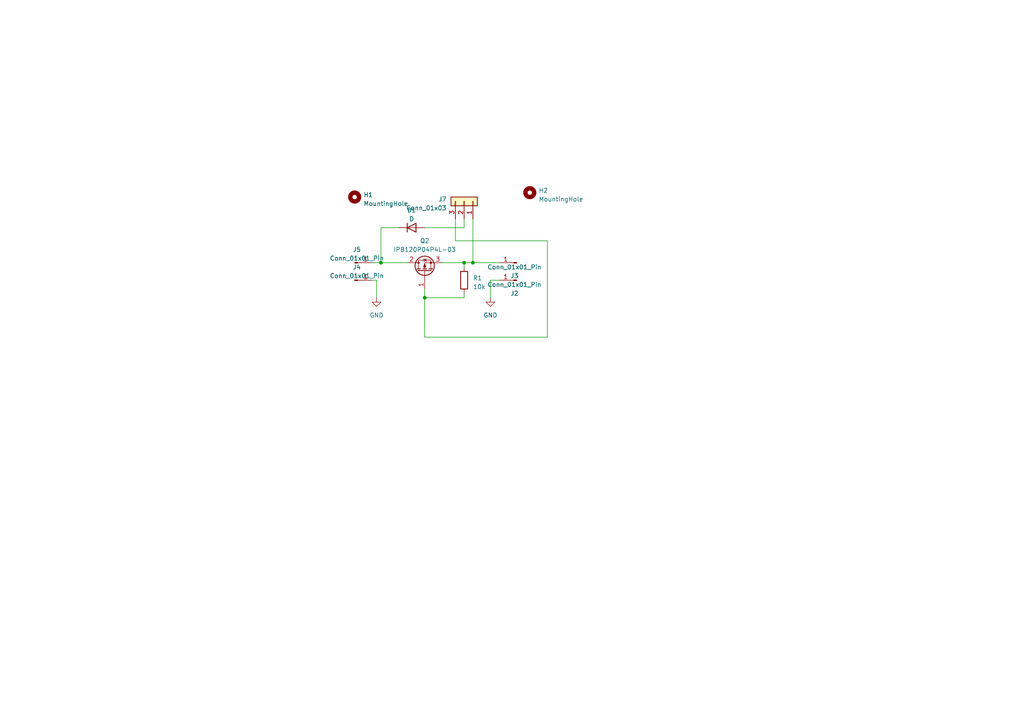
<source format=kicad_sch>
(kicad_sch (version 20230121) (generator eeschema)
  (paper "A4")
  (lib_symbols
    (symbol "Connector:Conn_01x01_Pin" (pin_names (offset 1.016) hide)
      (property "Reference" "J" (at 0 2.54 0))
      (property "Value" "Conn_01x01_Pin" (at 0 -2.54 0))
      (symbol "Conn_01x01_Pin_1_1"
        (polyline (pts (xy 1.27 0) (xy 0.8636 0)) (stroke (width 0.1524)))
        (rectangle (start 0.8636 0.127) (end 0 -0.127) (stroke (width 0.1524)) (fill (type outline)))
        (pin passive line (at 5.08 0 180) (length 3.81) (name "Pin_1") (number "1"))
      )
    )
    (symbol "Connector_Generic:Conn_01x03" (pin_names (offset 1.016) hide)
      (property "Reference" "J" (at 0 5.08 0))
      (property "Value" "Conn_01x03" (at 0 -5.08 0))
      (symbol "Conn_01x03_1_1"
        (rectangle (start -1.27 -2.413) (end 0 -2.667) (stroke (width 0.1524)))
        (rectangle (start -1.27 0.127) (end 0 -0.127) (stroke (width 0.1524)))
        (rectangle (start -1.27 2.667) (end 0 2.413) (stroke (width 0.1524)))
        (rectangle (start -1.27 3.81) (end 1.27 -3.81) (stroke (width 0.254)) (fill (type background)))
        (pin passive line (at -5.08 2.54 0) (length 3.81) (name "Pin_1") (number "1"))
        (pin passive line (at -5.08 0 0) (length 3.81) (name "Pin_2") (number "2"))
        (pin passive line (at -5.08 -2.54 0) (length 3.81) (name "Pin_3") (number "3"))
      )
    )
    (symbol "Device:D" (pin_numbers hide) (pin_names (offset 1.016) hide)
      (property "Reference" "D" (at 0 2.54 0))
      (property "Value" "D" (at 0 -2.54 0))
      (symbol "D_0_1"
        (polyline (pts (xy -1.27 1.27) (xy -1.27 -1.27)) (stroke (width 0.254)))
        (polyline (pts (xy 1.27 0) (xy -1.27 0)))
        (polyline (pts (xy 1.27 1.27) (xy 1.27 -1.27) (xy -1.27 0) (xy 1.27 1.27)) (stroke (width 0.254)))
      )
      (symbol "D_1_1"
        (pin passive line (at -3.81 0 0) (length 2.54) (name "K") (number "1"))
        (pin passive line (at 3.81 0 180) (length 2.54) (name "A") (number "2"))
      )
    )
    (symbol "Device:Q_PMOS_GDS" (pin_names (offset 0) hide)
      (property "Reference" "Q" (at 5.08 1.27 0))
      (property "Value" "Q_PMOS_GDS" (at 5.08 -1.27 0))
      (symbol "Q_PMOS_GDS_0_1"
        (polyline (pts (xy 0.254 0) (xy -2.54 0)))
        (polyline (pts (xy 0.254 1.905) (xy 0.254 -1.905)) (stroke (width 0.254)))
        (polyline (pts (xy 0.762 -1.27) (xy 0.762 -2.286)) (stroke (width 0.254)))
        (polyline (pts (xy 0.762 0.508) (xy 0.762 -0.508)) (stroke (width 0.254)))
        (polyline (pts (xy 0.762 2.286) (xy 0.762 1.27)) (stroke (width 0.254)))
        (polyline (pts (xy 2.54 2.54) (xy 2.54 1.778)))
        (polyline (pts (xy 2.54 -2.54) (xy 2.54 0) (xy 0.762 0)))
        (polyline (pts (xy 0.762 1.778) (xy 3.302 1.778) (xy 3.302 -1.778) (xy 0.762 -1.778)))
        (polyline (pts (xy 2.286 0) (xy 1.27 0.381) (xy 1.27 -0.381) (xy 2.286 0)) (fill (type outline)))
        (polyline (pts (xy 2.794 -0.508) (xy 2.921 -0.381) (xy 3.683 -0.381) (xy 3.81 -0.254)))
        (polyline (pts (xy 3.302 -0.381) (xy 2.921 0.254) (xy 3.683 0.254) (xy 3.302 -0.381)))
        (circle (center 1.651 0) (radius 2.794) (stroke (width 0.254)))
        (circle (center 2.54 -1.778) (radius 0.254) (fill (type outline)))
        (circle (center 2.54 1.778) (radius 0.254) (fill (type outline)))
      )
      (symbol "Q_PMOS_GDS_1_1"
        (pin input line (at -5.08 0 0) (length 2.54) (name "G") (number "1"))
        (pin passive line (at 2.54 5.08 270) (length 2.54) (name "D") (number "2"))
        (pin passive line (at 2.54 -5.08 90) (length 2.54) (name "S") (number "3"))
      )
    )
    (symbol "Device:R" (pin_numbers hide) (pin_names (offset 0))
      (property "Reference" "R" (at 2.032 0 90))
      (property "Value" "R" (at 0 0 90))
      (symbol "R_0_1"
        (rectangle (start -1.016 -2.54) (end 1.016 2.54) (stroke (width 0.254)))
      )
      (symbol "R_1_1"
        (pin passive line (at 0 3.81 270) (length 1.27) (name "~") (number "1"))
        (pin passive line (at 0 -3.81 90) (length 1.27) (name "~") (number "2"))
      )
    )
    (symbol "Mechanical:MountingHole" (pin_names (offset 1.016))
      (property "Reference" "H" (at 0 5.08 0))
      (property "Value" "MountingHole" (at 0 3.175 0))
      (symbol "MountingHole_0_1"
        (circle (center 0 0) (radius 1.27) (stroke (width 1.27)))
      )
    )
    (symbol "power:GND" (power) (pin_names (offset 0))
      (property "Value" "GND" (at 0 -3.81 0))
      (symbol "GND_0_1"
        (polyline (pts (xy 0 0) (xy 0 -1.27) (xy 1.27 -1.27) (xy 0 -2.54) (xy -1.27 -1.27) (xy 0 -1.27)))
      )
      (symbol "GND_1_1"
        (pin power_in line (at 0 0 270) (length 0) hide (name "GND") (number "1"))
      )
    )
  )
  (junction (at 137.16 76.2))
  (junction (at 110.49 76.2))
  (junction (at 123.19 86.36))
  (junction (at 134.62 76.2))
  (wire (pts (xy 110.49 76.2) (xy 118.11 76.2)))
  (wire (pts (xy 134.62 76.2) (xy 134.62 77.47)))
  (wire (pts (xy 142.24 81.28) (xy 142.24 86.36)))
  (wire (pts (xy 123.19 66.04) (xy 134.62 66.04)))
  (wire (pts (xy 109.22 86.36) (xy 109.22 81.28)))
  (wire (pts (xy 134.62 76.2) (xy 137.16 76.2)))
  (wire (pts (xy 132.08 63.5) (xy 132.08 69.85)))
  (wire (pts (xy 128.27 76.2) (xy 134.62 76.2)))
  (wire (pts (xy 158.75 97.79) (xy 123.19 97.79)))
  (wire (pts (xy 132.08 69.85) (xy 158.75 69.85)))
  (wire (pts (xy 137.16 76.2) (xy 144.78 76.2)))
  (wire (pts (xy 158.75 69.85) (xy 158.75 97.79)))
  (wire (pts (xy 107.95 76.2) (xy 110.49 76.2)))
  (wire (pts (xy 134.62 63.5) (xy 134.62 66.04)))
  (wire (pts (xy 123.19 86.36) (xy 123.19 97.79)))
  (wire (pts (xy 142.24 81.28) (xy 144.78 81.28)))
  (wire (pts (xy 110.49 66.04) (xy 110.49 76.2)))
  (wire (pts (xy 109.22 81.28) (xy 107.95 81.28)))
  (wire (pts (xy 123.19 86.36) (xy 134.62 86.36)))
  (wire (pts (xy 134.62 86.36) (xy 134.62 85.09)))
  (wire (pts (xy 110.49 66.04) (xy 115.57 66.04)))
  (wire (pts (xy 123.19 83.82) (xy 123.19 86.36)))
  (wire (pts (xy 137.16 63.5) (xy 137.16 76.2)))
  (symbol (lib_id "Mechanical:MountingHole") (at 102.87 57.15 0) (unit 1)
    (property "Reference" "H1" (at 105.41 56.515 0) (effects (justify left)))
    (property "Value" "MountingHole" (at 105.41 59.055 0) (effects (justify left)))
    (property "Footprint" "MountingHole:MountingHole_3.2mm_M3" (effects hide))
  )
  (symbol (lib_id "power:GND") (at 109.22 86.36 0) (unit 1)
    (property "Reference" "#PWR01" (effects hide))
    (property "Value" "GND" (at 109.22 91.44 0))
  )
  (symbol (lib_id "Connector:Conn_01x01_Pin") (at 102.87 81.28 0) (unit 1)
    (property "Reference" "J4" (at 103.505 77.47 0))
    (property "Value" "Conn_01x01_Pin" (at 103.505 80.01 0))
    (property "Footprint" "MountingHole:MountingHole_3.2mm_M3_Pad_Via" (effects hide))
  )
  (symbol (lib_id "Connector_Generic:Conn_01x03") (at 134.62 58.42 270) (mirror x) (unit 1)
    (property "Reference" "J7" (at 129.54 57.785 90) (effects (justify right)))
    (property "Value" "Conn_01x03" (at 129.54 60.325 90) (effects (justify right)))
    (property "Footprint" "MK_TerminalBlock_Phoenix:TerminalBlock_Phoenix_MPT-0,5-3-2.54_1x03_P2.54mm_Horizontal" (effects hide))
  )
  (symbol (lib_id "Device:R") (at 134.62 81.28 0) (unit 1)
    (property "Reference" "R1" (at 137.16 80.645 0) (effects (justify left)))
    (property "Value" "10k" (at 137.16 83.185 0) (effects (justify left)))
    (property "Footprint" "Resistor_SMD:R_1206_3216Metric" (effects hide))
  )
  (symbol (lib_id "Connector:Conn_01x01_Pin") (at 149.86 76.2 180) (unit 1)
    (property "Reference" "J3" (at 149.225 80.01 0))
    (property "Value" "Conn_01x01_Pin" (at 149.225 77.47 0))
    (property "Footprint" "MountingHole:MountingHole_3.2mm_M3_Pad_Via" (effects hide))
  )
  (symbol (lib_id "Mechanical:MountingHole") (at 153.67 55.88 0) (unit 1)
    (property "Reference" "H2" (at 156.21 55.245 0) (effects (justify left)))
    (property "Value" "MountingHole" (at 156.21 57.785 0) (effects (justify left)))
    (property "Footprint" "MountingHole:MountingHole_3.2mm_M3" (effects hide))
  )
  (symbol (lib_id "Device:Q_PMOS_GDS") (at 123.19 78.74 90) (unit 1)
    (property "Reference" "Q2" (at 123.19 69.85 90))
    (property "Value" "IPB120P04P4L-03" (at 123.19 72.39 90))
    (property "Footprint" "Package_TO_SOT_THT:TO-220-3_Vertical" (effects hide))
  )
  (symbol (lib_id "power:GND") (at 142.24 86.36 0) (unit 1)
    (property "Reference" "#PWR02" (effects hide))
    (property "Value" "GND" (at 142.24 91.44 0))
  )
  (symbol (lib_id "Connector:Conn_01x01_Pin") (at 102.87 76.2 0) (unit 1)
    (property "Reference" "J5" (at 103.505 72.39 0))
    (property "Value" "Conn_01x01_Pin" (at 103.505 74.93 0))
    (property "Footprint" "MountingHole:MountingHole_3.2mm_M3_Pad_Via" (effects hide))
  )
  (symbol (lib_id "Device:D") (at 119.38 66.04 0) (unit 1)
    (property "Reference" "D1" (at 119.38 60.96 0))
    (property "Value" "D" (at 119.38 63.5 0))
    (property "Footprint" "Diode_SMD:D_1206_3216Metric" (effects hide))
    (property "Sim.Device" "D" (effects hide))
    (property "Sim.Pins" "1=K 2=A" (effects hide))
  )
  (symbol (lib_id "Connector:Conn_01x01_Pin") (at 149.86 81.28 180) (unit 1)
    (property "Reference" "J2" (at 149.225 85.09 0))
    (property "Value" "Conn_01x01_Pin" (at 149.225 82.55 0))
    (property "Footprint" "MountingHole:MountingHole_3.2mm_M3_Pad_Via" (effects hide))
  )
)
</source>
